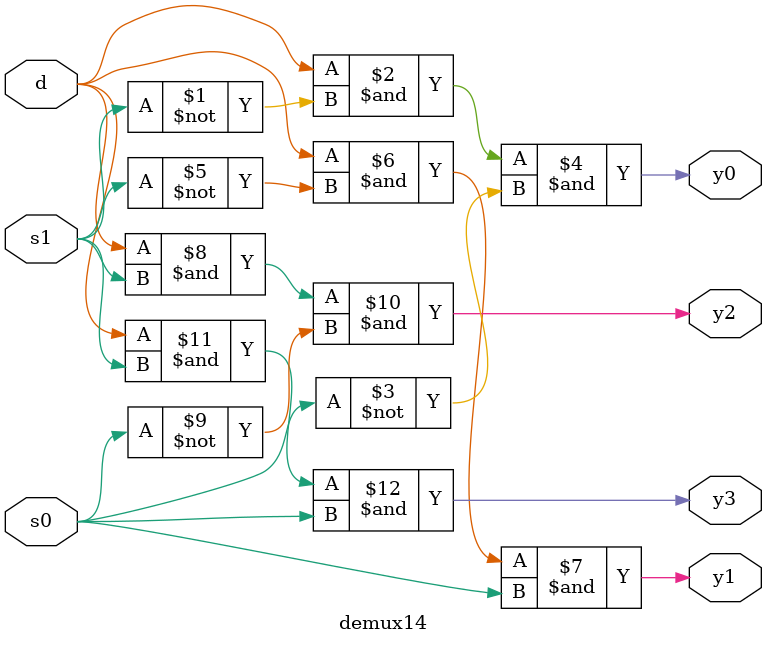
<source format=v>
module demux14 (
    input wire d,
    input wire s1, s0,
    output wire y0, y1, y2, y3
);
    assign y0 = d & ~s1 & ~s0;
    assign y1 = d & ~s1 &  s0;
    assign y2 = d &  s1 & ~s0;
    assign y3 = d &  s1 &  s0;
    
endmodule


</source>
